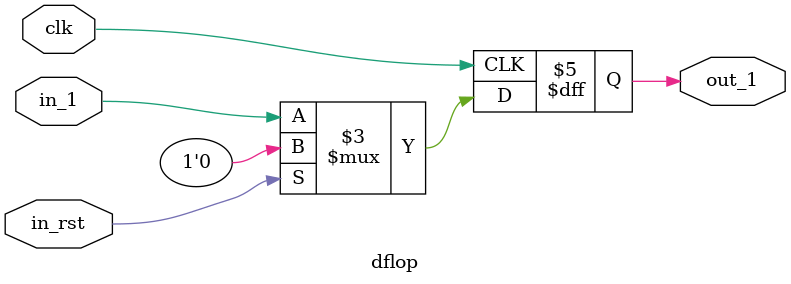
<source format=v>
module dflop
	(
		clk,
		in_1,
		in_rst,
		out_1
	);
	input clk;
	input in_1;
	input in_rst;
	output out_1;
	reg out_1;
	// impl
	always @ (posedge clk)
		begin
			if (in_rst)
				out_1 <= 1'b0;
			else
				out_1 <= in_1;
			end
endmodule


</source>
